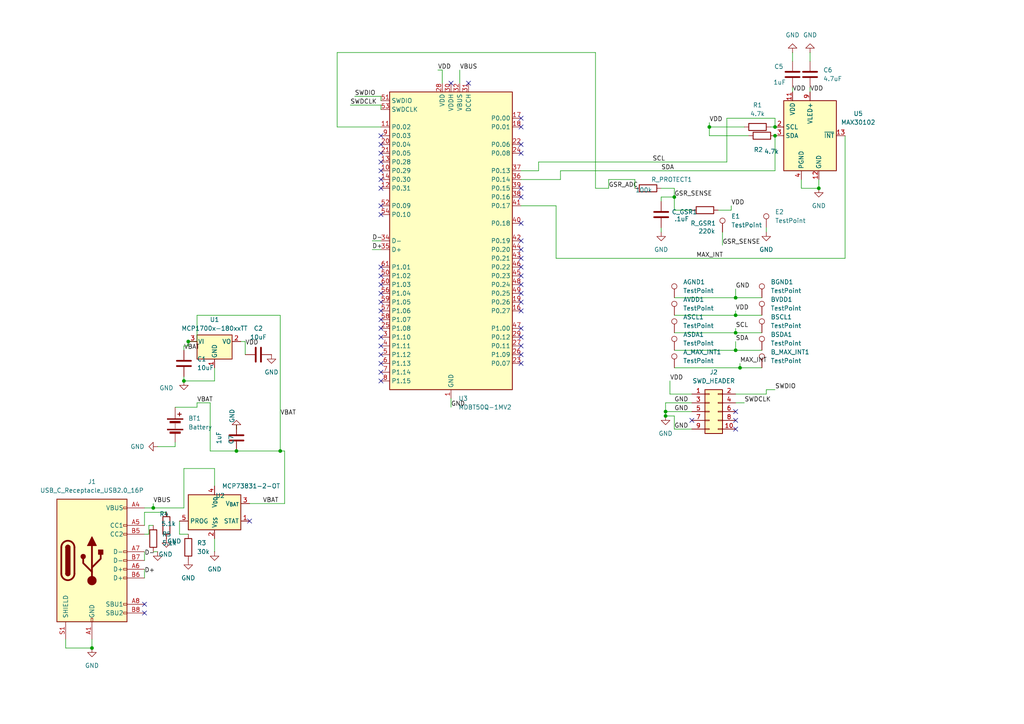
<source format=kicad_sch>
(kicad_sch (version 20250114) (generator "eeschema") (generator_version "9.0")
  (paper "A4")
  (lib_symbols
    (symbol "Battery_Management:MCP73831-2-OT"
      (property "Reference" "U" (at -7.62 6.35 0))
      (property "Value" "MCP73831-2-OT" (at 1.27 6.35 0))
      (symbol "MCP73831-2-OT_0_1"
        (rectangle (start -7.62 5.08) (end 7.62 -5.08) (stroke (width 0.254)) (fill (type background)))
      )
      (symbol "MCP73831-2-OT_1_1"
        (pin input line (at -10.16 -2.54 0) (length 2.54) (name "PROG") (number "5"))
        (pin power_in line (at 0 7.62 270) (length 2.54) (name "V_{DD}") (number "4"))
        (pin power_in line (at 0 -7.62 90) (length 2.54) (name "V_{SS}") (number "2"))
        (pin power_out line (at 10.16 2.54 180) (length 2.54) (name "V_{BAT}") (number "3"))
        (pin tri_state line (at 10.16 -2.54 180) (length 2.54) (name "STAT") (number "1"))
      )
    )
    (symbol "Connector:TestPoint" (pin_numbers (hide yes)) (pin_names (offset 0.762) (hide yes))
      (property "Reference" "TP" (at 0 6.858 0))
      (property "Value" "TestPoint" (at 0 5.08 0))
      (symbol "TestPoint_0_1"
        (circle (center 0 3.302) (radius 0.762))
      )
      (symbol "TestPoint_1_1"
        (pin passive line (at 0 0 90) (length 2.54) (name "1") (number "1"))
      )
    )
    (symbol "Connector:USB_C_Receptacle_USB2.0_16P" (pin_names (offset 1.016))
      (property "Reference" "J" (at 0 22.225 0))
      (property "Value" "USB_C_Receptacle_USB2.0_16P" (at 0 19.685 0))
      (symbol "USB_C_Receptacle_USB2.0_16P_0_0"
        (rectangle (start -0.254 -17.78) (end 0.254 -16.764))
        (rectangle (start 10.16 15.494) (end 9.144 14.986))
        (rectangle (start 10.16 10.414) (end 9.144 9.906))
        (rectangle (start 10.16 7.874) (end 9.144 7.366))
        (rectangle (start 10.16 2.794) (end 9.144 2.286))
        (rectangle (start 10.16 0.254) (end 9.144 -0.254))
        (rectangle (start 10.16 -2.286) (end 9.144 -2.794))
        (rectangle (start 10.16 -4.826) (end 9.144 -5.334))
        (rectangle (start 10.16 -12.446) (end 9.144 -12.954))
        (rectangle (start 10.16 -14.986) (end 9.144 -15.494))
      )
      (symbol "USB_C_Receptacle_USB2.0_16P_0_1"
        (rectangle (start -10.16 17.78) (end 10.16 -17.78) (stroke (width 0.254)) (fill (type background)))
        (polyline (pts (xy -8.89 -3.81) (xy -8.89 3.81)) (stroke (width 0.508)))
        (rectangle (start -7.62 -3.81) (end -6.35 3.81) (stroke (width 0.254)) (fill (type outline)))
        (arc (start -7.62 3.81) (mid -6.985 4.4423) (end -6.35 3.81) (stroke (width 0.254)))
        (arc (start -7.62 3.81) (mid -6.985 4.4423) (end -6.35 3.81) (stroke (width 0.254)) (fill (type outline)))
        (arc (start -8.89 3.81) (mid -6.985 5.7067) (end -5.08 3.81) (stroke (width 0.508)))
        (arc (start -5.08 -3.81) (mid -6.985 -5.7067) (end -8.89 -3.81) (stroke (width 0.508)))
        (arc (start -6.35 -3.81) (mid -6.985 -4.4423) (end -7.62 -3.81) (stroke (width 0.254)))
        (arc (start -6.35 -3.81) (mid -6.985 -4.4423) (end -7.62 -3.81) (stroke (width 0.254)) (fill (type outline)))
        (polyline (pts (xy -5.08 3.81) (xy -5.08 -3.81)) (stroke (width 0.508)))
        (circle (center -2.54 1.143) (radius 0.635) (stroke (width 0.254)) (fill (type outline)))
        (polyline (pts (xy -1.27 4.318) (xy 0 6.858) (xy 1.27 4.318) (xy -1.27 4.318)) (stroke (width 0.254)) (fill (type outline)))
        (polyline (pts (xy 0 -2.032) (xy 2.54 0.508) (xy 2.54 1.778)) (stroke (width 0.508)))
        (polyline (pts (xy 0 -3.302) (xy -2.54 -0.762) (xy -2.54 0.508)) (stroke (width 0.508)))
        (polyline (pts (xy 0 -5.842) (xy 0 4.318)) (stroke (width 0.508)))
        (circle (center 0 -5.842) (radius 1.27) (fill (type outline)))
        (rectangle (start 1.905 1.778) (end 3.175 3.048) (stroke (width 0.254)) (fill (type outline)))
      )
      (symbol "USB_C_Receptacle_USB2.0_16P_1_1"
        (pin passive line (at -7.62 -22.86 90) (length 5.08) (name "SHIELD") (number "S1"))
        (pin passive line (at 0 -22.86 90) (length 5.08) (name "GND") (number "A1"))
        (pin passive line (at 0 -22.86 90) (length 5.08) (hide yes) (name "GND") (number "A12"))
        (pin passive line (at 0 -22.86 90) (length 5.08) (hide yes) (name "GND") (number "B1"))
        (pin passive line (at 0 -22.86 90) (length 5.08) (hide yes) (name "GND") (number "B12"))
        (pin passive line (at 15.24 15.24 180) (length 5.08) (name "VBUS") (number "A4"))
        (pin passive line (at 15.24 15.24 180) (length 5.08) (hide yes) (name "VBUS") (number "A9"))
        (pin passive line (at 15.24 15.24 180) (length 5.08) (hide yes) (name "VBUS") (number "B4"))
        (pin passive line (at 15.24 15.24 180) (length 5.08) (hide yes) (name "VBUS") (number "B9"))
        (pin bidirectional line (at 15.24 10.16 180) (length 5.08) (name "CC1") (number "A5"))
        (pin bidirectional line (at 15.24 7.62 180) (length 5.08) (name "CC2") (number "B5"))
        (pin bidirectional line (at 15.24 2.54 180) (length 5.08) (name "D-") (number "A7"))
        (pin bidirectional line (at 15.24 0 180) (length 5.08) (name "D-") (number "B7"))
        (pin bidirectional line (at 15.24 -2.54 180) (length 5.08) (name "D+") (number "A6"))
        (pin bidirectional line (at 15.24 -5.08 180) (length 5.08) (name "D+") (number "B6"))
        (pin bidirectional line (at 15.24 -12.7 180) (length 5.08) (name "SBU1") (number "A8"))
        (pin bidirectional line (at 15.24 -15.24 180) (length 5.08) (name "SBU2") (number "B8"))
      )
    )
    (symbol "Connector_Generic:Conn_02x05_Odd_Even" (pin_names (offset 1.016) (hide yes))
      (property "Reference" "J" (at 1.27 7.62 0))
      (property "Value" "Conn_02x05_Odd_Even" (at 1.27 -7.62 0))
      (symbol "Conn_02x05_Odd_Even_1_1"
        (rectangle (start -1.27 6.35) (end 3.81 -6.35) (stroke (width 0.254)) (fill (type background)))
        (rectangle (start -1.27 5.207) (end 0 4.953) (stroke (width 0.1524)))
        (rectangle (start -1.27 2.667) (end 0 2.413) (stroke (width 0.1524)))
        (rectangle (start -1.27 0.127) (end 0 -0.127) (stroke (width 0.1524)))
        (rectangle (start -1.27 -2.413) (end 0 -2.667) (stroke (width 0.1524)))
        (rectangle (start -1.27 -4.953) (end 0 -5.207) (stroke (width 0.1524)))
        (rectangle (start 3.81 5.207) (end 2.54 4.953) (stroke (width 0.1524)))
        (rectangle (start 3.81 2.667) (end 2.54 2.413) (stroke (width 0.1524)))
        (rectangle (start 3.81 0.127) (end 2.54 -0.127) (stroke (width 0.1524)))
        (rectangle (start 3.81 -2.413) (end 2.54 -2.667) (stroke (width 0.1524)))
        (rectangle (start 3.81 -4.953) (end 2.54 -5.207) (stroke (width 0.1524)))
        (pin passive line (at -5.08 5.08 0) (length 3.81) (name "Pin_1") (number "1"))
        (pin passive line (at -5.08 2.54 0) (length 3.81) (name "Pin_3") (number "3"))
        (pin passive line (at -5.08 0 0) (length 3.81) (name "Pin_5") (number "5"))
        (pin passive line (at -5.08 -2.54 0) (length 3.81) (name "Pin_7") (number "7"))
        (pin passive line (at -5.08 -5.08 0) (length 3.81) (name "Pin_9") (number "9"))
        (pin passive line (at 7.62 5.08 180) (length 3.81) (name "Pin_2") (number "2"))
        (pin passive line (at 7.62 2.54 180) (length 3.81) (name "Pin_4") (number "4"))
        (pin passive line (at 7.62 0 180) (length 3.81) (name "Pin_6") (number "6"))
        (pin passive line (at 7.62 -2.54 180) (length 3.81) (name "Pin_8") (number "8"))
        (pin passive line (at 7.62 -5.08 180) (length 3.81) (name "Pin_10") (number "10"))
      )
    )
    (symbol "Device:Battery" (pin_numbers (hide yes)) (pin_names (offset 0) (hide yes))
      (property "Reference" "BT" (at 2.54 2.54 0))
      (property "Value" "Battery" (at 2.54 0 0))
      (symbol "Battery_0_1"
        (rectangle (start -2.286 1.778) (end 2.286 1.524) (fill (type outline)))
        (rectangle (start -2.286 -1.27) (end 2.286 -1.524) (fill (type outline)))
        (rectangle (start -1.524 1.016) (end 1.524 0.508) (fill (type outline)))
        (rectangle (start -1.524 -2.032) (end 1.524 -2.54) (fill (type outline)))
        (polyline (pts (xy 0 1.778) (xy 0 2.54)))
        (polyline (pts (xy 0 0) (xy 0 0.254)))
        (polyline (pts (xy 0 -0.508) (xy 0 -0.254)))
        (polyline (pts (xy 0 -1.016) (xy 0 -0.762)))
        (polyline (pts (xy 0.762 3.048) (xy 1.778 3.048)) (stroke (width 0.254)))
        (polyline (pts (xy 1.27 3.556) (xy 1.27 2.54)) (stroke (width 0.254)))
      )
      (symbol "Battery_1_1"
        (pin passive line (at 0 5.08 270) (length 2.54) (name "+") (number "1"))
        (pin passive line (at 0 -5.08 90) (length 2.54) (name "-") (number "2"))
      )
    )
    (symbol "Device:C" (pin_numbers (hide yes)) (pin_names (offset 0.254))
      (property "Reference" "C" (at 0.635 2.54 0))
      (property "Value" "C" (at 0.635 -2.54 0))
      (symbol "C_0_1"
        (polyline (pts (xy -2.032 0.762) (xy 2.032 0.762)) (stroke (width 0.508)))
        (polyline (pts (xy -2.032 -0.762) (xy 2.032 -0.762)) (stroke (width 0.508)))
      )
      (symbol "C_1_1"
        (pin passive line (at 0 3.81 270) (length 2.794) (name "~") (number "1"))
        (pin passive line (at 0 -3.81 90) (length 2.794) (name "~") (number "2"))
      )
    )
    (symbol "Device:R" (pin_numbers (hide yes)) (pin_names (offset 0))
      (property "Reference" "R" (at 2.032 0 90))
      (property "Value" "R" (at 0 0 90))
      (symbol "R_0_1"
        (rectangle (start -1.016 -2.54) (end 1.016 2.54) (stroke (width 0.254)))
      )
      (symbol "R_1_1"
        (pin passive line (at 0 3.81 270) (length 1.27) (name "~") (number "1"))
        (pin passive line (at 0 -3.81 90) (length 1.27) (name "~") (number "2"))
      )
    )
    (symbol "RF_Module:MDBT50Q-1MV2"
      (property "Reference" "U" (at 0 0 0))
      (property "Value" "MDBT50Q-1MV2" (at 0 -2.54 0))
      (symbol "MDBT50Q-1MV2_0_1"
        (rectangle (start -17.78 43.18) (end 17.78 -43.18) (stroke (width 0.254)) (fill (type background)))
      )
      (symbol "MDBT50Q-1MV2_1_1"
        (pin bidirectional line (at -20.32 40.64 0) (length 2.54) (name "SWDIO") (number "51"))
        (pin input line (at -20.32 38.1 0) (length 2.54) (name "SWDCLK") (number "53"))
        (pin bidirectional line (at -20.32 33.02 0) (length 2.54) (name "P0.02") (number "11"))
        (pin bidirectional line (at -20.32 30.48 0) (length 2.54) (name "P0.03") (number "9"))
        (pin bidirectional line (at -20.32 27.94 0) (length 2.54) (name "P0.04") (number "20"))
        (pin bidirectional line (at -20.32 25.4 0) (length 2.54) (name "P0.05") (number "21"))
        (pin bidirectional line (at -20.32 22.86 0) (length 2.54) (name "P0.28") (number "13"))
        (pin bidirectional line (at -20.32 20.32 0) (length 2.54) (name "P0.29") (number "10"))
        (pin bidirectional line (at -20.32 17.78 0) (length 2.54) (name "P0.30") (number "14"))
        (pin bidirectional line (at -20.32 15.24 0) (length 2.54) (name "P0.31") (number "12"))
        (pin bidirectional line (at -20.32 10.16 0) (length 2.54) (name "P0.09") (number "52"))
        (pin bidirectional line (at -20.32 7.62 0) (length 2.54) (name "P0.10") (number "54"))
        (pin bidirectional line (at -20.32 0 0) (length 2.54) (name "D-") (number "34"))
        (pin bidirectional line (at -20.32 -2.54 0) (length 2.54) (name "D+") (number "35"))
        (pin bidirectional line (at -20.32 -7.62 0) (length 2.54) (name "P1.01") (number "61"))
        (pin bidirectional line (at -20.32 -10.16 0) (length 2.54) (name "P1.02") (number "50"))
        (pin bidirectional line (at -20.32 -12.7 0) (length 2.54) (name "P1.03") (number "60"))
        (pin bidirectional line (at -20.32 -15.24 0) (length 2.54) (name "P1.04") (number "56"))
        (pin bidirectional line (at -20.32 -17.78 0) (length 2.54) (name "P1.05") (number "59"))
        (pin bidirectional line (at -20.32 -20.32 0) (length 2.54) (name "P1.06") (number "57"))
        (pin bidirectional line (at -20.32 -22.86 0) (length 2.54) (name "P1.07") (number "58"))
        (pin bidirectional line (at -20.32 -25.4 0) (length 2.54) (name "P1.08") (number "25"))
        (pin bidirectional line (at -20.32 -27.94 0) (length 2.54) (name "P1.10") (number "3"))
        (pin bidirectional line (at -20.32 -30.48 0) (length 2.54) (name "P1.11") (number "4"))
        (pin bidirectional line (at -20.32 -33.02 0) (length 2.54) (name "P1.12") (number "5"))
        (pin bidirectional line (at -20.32 -35.56 0) (length 2.54) (name "P1.13") (number "6"))
        (pin bidirectional line (at -20.32 -38.1 0) (length 2.54) (name "P1.14") (number "7"))
        (pin bidirectional line (at -20.32 -40.64 0) (length 2.54) (name "P1.15") (number "8"))
        (pin power_in line (at -2.54 45.72 270) (length 2.54) (name "VDD") (number "28"))
        (pin power_in line (at 0 45.72 270) (length 2.54) (name "VDDH") (number "30"))
        (pin power_in line (at 0 -45.72 90) (length 2.54) (name "GND") (number "1"))
        (pin passive line (at 0 -45.72 90) (length 2.54) (hide yes) (name "GND") (number "15"))
        (pin passive line (at 0 -45.72 90) (length 2.54) (hide yes) (name "GND") (number "2"))
        (pin passive line (at 0 -45.72 90) (length 2.54) (hide yes) (name "GND") (number "33"))
        (pin passive line (at 0 -45.72 90) (length 2.54) (hide yes) (name "GND") (number "55"))
        (pin power_in line (at 2.54 45.72 270) (length 2.54) (name "VBUS") (number "32"))
        (pin power_out line (at 5.08 45.72 270) (length 2.54) (name "DCCH") (number "31"))
        (pin bidirectional line (at 20.32 35.56 180) (length 2.54) (name "P0.00") (number "17"))
        (pin bidirectional line (at 20.32 33.02 180) (length 2.54) (name "P0.01") (number "18"))
        (pin bidirectional line (at 20.32 27.94 180) (length 2.54) (name "P0.06") (number "22"))
        (pin bidirectional line (at 20.32 25.4 180) (length 2.54) (name "P0.08") (number "24"))
        (pin bidirectional line (at 20.32 20.32 180) (length 2.54) (name "P0.13") (number "37"))
        (pin bidirectional line (at 20.32 17.78 180) (length 2.54) (name "P0.14") (number "36"))
        (pin bidirectional line (at 20.32 15.24 180) (length 2.54) (name "P0.15") (number "39"))
        (pin bidirectional line (at 20.32 12.7 180) (length 2.54) (name "P0.16") (number "38"))
        (pin bidirectional line (at 20.32 10.16 180) (length 2.54) (name "P0.17") (number "41"))
        (pin bidirectional line (at 20.32 5.08 180) (length 2.54) (name "P0.18") (number "40"))
        (pin bidirectional line (at 20.32 0 180) (length 2.54) (name "P0.19") (number "42"))
        (pin bidirectional line (at 20.32 -2.54 180) (length 2.54) (name "P0.20") (number "44"))
        (pin bidirectional line (at 20.32 -5.08 180) (length 2.54) (name "P0.21") (number "43"))
        (pin bidirectional line (at 20.32 -7.62 180) (length 2.54) (name "P0.22") (number "46"))
        (pin bidirectional line (at 20.32 -10.16 180) (length 2.54) (name "P0.23") (number "45"))
        (pin bidirectional line (at 20.32 -12.7 180) (length 2.54) (name "P0.24") (number "48"))
        (pin bidirectional line (at 20.32 -15.24 180) (length 2.54) (name "P0.25") (number "49"))
        (pin bidirectional line (at 20.32 -17.78 180) (length 2.54) (name "P0.26") (number "19"))
        (pin bidirectional line (at 20.32 -20.32 180) (length 2.54) (name "P0.27") (number "16"))
        (pin bidirectional line (at 20.32 -25.4 180) (length 2.54) (name "P1.00") (number "47"))
        (pin bidirectional line (at 20.32 -27.94 180) (length 2.54) (name "P0.12") (number "29"))
        (pin bidirectional line (at 20.32 -30.48 180) (length 2.54) (name "P0.11") (number "27"))
        (pin bidirectional line (at 20.32 -33.02 180) (length 2.54) (name "P1.09") (number "26"))
        (pin bidirectional line (at 20.32 -35.56 180) (length 2.54) (name "P0.07") (number "23"))
      )
    )
    (symbol "Regulator_Linear:MCP1700x-180xxTT" (pin_names (offset 0.254))
      (property "Reference" "U" (at -3.81 3.175 0))
      (property "Value" "MCP1700x-180xxTT" (at 0 3.175 0))
      (symbol "MCP1700x-180xxTT_0_1"
        (rectangle (start -5.08 1.905) (end 5.08 -5.08) (stroke (width 0.254)) (fill (type background)))
      )
      (symbol "MCP1700x-180xxTT_1_1"
        (pin power_in line (at -7.62 0 0) (length 2.54) (name "VI") (number "3"))
        (pin power_in line (at 0 -7.62 90) (length 2.54) (name "GND") (number "1"))
        (pin power_out line (at 7.62 0 180) (length 2.54) (name "VO") (number "2"))
      )
    )
    (symbol "Sensor:MAX30102"
      (property "Reference" "U" (at 7.62 15.24 0))
      (property "Value" "MAX30102" (at 7.62 12.7 0))
      (symbol "MAX30102_0_1"
        (rectangle (start -7.62 10.16) (end 7.62 -10.16) (stroke (width 0.254)) (fill (type background)))
      )
      (symbol "MAX30102_1_1"
        (pin input line (at -10.16 2.54 0) (length 2.54) (name "SCL") (number "2"))
        (pin bidirectional line (at -10.16 0 0) (length 2.54) (name "SDA") (number "3"))
        (pin no_connect line (at -7.62 5.08 0) (length 2.54) (hide yes) (name "NC") (number "1"))
        (pin no_connect line (at -7.62 -2.54 0) (length 2.54) (hide yes) (name "NC") (number "7"))
        (pin power_in line (at -5.08 12.7 270) (length 2.54) (name "VDD") (number "11"))
        (pin power_in line (at -2.54 -12.7 90) (length 2.54) (name "PGND") (number "4"))
        (pin passive line (at 0 12.7 270) (length 2.54) (hide yes) (name "VLED+") (number "10"))
        (pin power_in line (at 0 12.7 270) (length 2.54) (name "VLED+") (number "9"))
        (pin power_in line (at 2.54 -12.7 90) (length 2.54) (name "GND") (number "12"))
        (pin no_connect line (at 7.62 5.08 180) (length 2.54) (hide yes) (name "NC") (number "8"))
        (pin no_connect line (at 7.62 2.54 180) (length 2.54) (hide yes) (name "NC") (number "14"))
        (pin no_connect line (at 7.62 -5.08 180) (length 2.54) (hide yes) (name "NC") (number "6"))
        (pin no_connect line (at 7.62 -7.62 180) (length 2.54) (hide yes) (name "NC") (number "5"))
        (pin output line (at 10.16 0 180) (length 2.54) (name "~{INT}") (number "13"))
      )
    )
    (symbol "power:GND" (power) (pin_numbers (hide yes)) (pin_names (offset 0) (hide yes))
      (property "Value" "GND" (at 0 -3.81 0))
      (symbol "GND_0_1"
        (polyline (pts (xy 0 0) (xy 0 -1.27) (xy 1.27 -1.27) (xy 0 -2.54) (xy -1.27 -1.27) (xy 0 -1.27)))
      )
      (symbol "GND_1_1"
        (pin power_in line (at 0 0 270) (length 0) (name "~") (number "1"))
      )
    )
  )
  (junction (at 53.34 110.49))
  (junction (at 213.36 86.36))
  (junction (at 193.04 120.65))
  (junction (at 195.58 57.15))
  (junction (at 213.36 91.44))
  (junction (at 205.74 36.83))
  (junction (at 214.63 106.68))
  (junction (at 224.79 36.83))
  (junction (at 193.04 119.38))
  (junction (at 81.28 130.81))
  (junction (at 237.49 54.61))
  (junction (at 224.79 39.37))
  (junction (at 68.58 130.81))
  (junction (at 26.67 187.96))
  (junction (at 44.45 147.32))
  (junction (at 54.61 99.06))
  (junction (at 213.36 101.6))
  (junction (at 213.36 96.52))
  (no_connect (at 213.36 124.46))
  (no_connect (at 110.49 110.49))
  (no_connect (at 151.13 85.09))
  (no_connect (at 41.91 175.26))
  (no_connect (at 110.49 46.99))
  (no_connect (at 110.49 92.71))
  (no_connect (at 110.49 62.23))
  (no_connect (at 151.13 69.85))
  (no_connect (at 110.49 97.79))
  (no_connect (at 151.13 77.47))
  (no_connect (at 110.49 54.61))
  (no_connect (at 130.81 24.13))
  (no_connect (at 151.13 82.55))
  (no_connect (at 110.49 95.25))
  (no_connect (at 110.49 80.01))
  (no_connect (at 110.49 85.09))
  (no_connect (at 110.49 59.69))
  (no_connect (at 135.89 24.13))
  (no_connect (at 110.49 82.55))
  (no_connect (at 151.13 105.41))
  (no_connect (at 110.49 87.63))
  (no_connect (at 110.49 100.33))
  (no_connect (at 151.13 72.39))
  (no_connect (at 151.13 95.25))
  (no_connect (at 110.49 39.37))
  (no_connect (at 151.13 34.29))
  (no_connect (at 200.66 121.92))
  (no_connect (at 110.49 44.45))
  (no_connect (at 151.13 54.61))
  (no_connect (at 151.13 102.87))
  (no_connect (at 151.13 90.17))
  (no_connect (at 213.36 119.38))
  (no_connect (at 110.49 102.87))
  (no_connect (at 151.13 57.15))
  (no_connect (at 151.13 97.79))
  (no_connect (at 110.49 105.41))
  (no_connect (at 151.13 44.45))
  (no_connect (at 110.49 77.47))
  (no_connect (at 72.39 151.13))
  (no_connect (at 213.36 121.92))
  (no_connect (at 151.13 74.93))
  (no_connect (at 41.91 177.8))
  (no_connect (at 110.49 49.53))
  (no_connect (at 110.49 90.17))
  (no_connect (at 151.13 80.01))
  (no_connect (at 151.13 87.63))
  (no_connect (at 151.13 64.77))
  (no_connect (at 151.13 41.91))
  (no_connect (at 110.49 52.07))
  (no_connect (at 110.49 41.91))
  (no_connect (at 110.49 107.95))
  (no_connect (at 151.13 100.33))
  (no_connect (at 151.13 36.83))
  (wire (pts (xy 53.34 109.22) (xy 53.34 110.49)))
  (wire (pts (xy 194.31 114.3) (xy 194.31 110.49)))
  (wire (pts (xy 41.91 147.32) (xy 44.45 147.32)))
  (wire (pts (xy 224.79 113.03) (xy 222.25 113.03)))
  (wire (pts (xy 191.77 58.42) (xy 191.77 57.15)))
  (wire (pts (xy 161.29 74.93) (xy 161.29 59.69)))
  (wire (pts (xy 44.45 146.05) (xy 44.45 147.32)))
  (wire (pts (xy 195.58 101.6) (xy 213.36 101.6)))
  (wire (pts (xy 191.77 66.04) (xy 191.77 67.31)))
  (wire (pts (xy 172.72 54.61) (xy 176.53 54.61)))
  (wire (pts (xy 53.34 147.32) (xy 53.34 135.89)))
  (wire (pts (xy 208.28 60.96) (xy 212.09 60.96)))
  (wire (pts (xy 44.45 152.4) (xy 43.18 152.4)))
  (wire (pts (xy 210.82 34.29) (xy 224.79 34.29)))
  (wire (pts (xy 220.98 106.68) (xy 214.63 106.68)))
  (wire (pts (xy 45.72 129.54) (xy 50.8 129.54)))
  (wire (pts (xy 229.87 25.4) (xy 229.87 26.67)))
  (wire (pts (xy 57.15 118.11) (xy 57.15 116.84)))
  (wire (pts (xy 234.95 15.24) (xy 234.95 17.78)))
  (wire (pts (xy 162.56 49.53) (xy 162.56 52.07)))
  (wire (pts (xy 200.66 124.46) (xy 195.58 124.46)))
  (wire (pts (xy 62.23 156.21) (xy 62.23 160.02)))
  (wire (pts (xy 133.35 20.32) (xy 133.35 24.13)))
  (wire (pts (xy 97.79 36.83) (xy 97.79 15.24)))
  (wire (pts (xy 53.34 110.49) (xy 62.23 110.49)))
  (wire (pts (xy 195.58 57.15) (xy 195.58 60.96)))
  (wire (pts (xy 213.36 116.84) (xy 215.9 116.84)))
  (wire (pts (xy 71.12 99.06) (xy 71.12 102.87)))
  (wire (pts (xy 50.8 118.11) (xy 57.15 118.11)))
  (wire (pts (xy 195.58 120.65) (xy 193.04 120.65)))
  (wire (pts (xy 200.66 114.3) (xy 194.31 114.3)))
  (wire (pts (xy 195.58 91.44) (xy 213.36 91.44)))
  (wire (pts (xy 53.34 100.33) (xy 54.61 100.33)))
  (wire (pts (xy 213.36 86.36) (xy 213.36 83.82)))
  (wire (pts (xy 62.23 135.89) (xy 62.23 140.97)))
  (wire (pts (xy 151.13 59.69) (xy 161.29 59.69)))
  (wire (pts (xy 209.55 71.12) (xy 209.55 67.31)))
  (wire (pts (xy 43.18 154.94) (xy 41.91 154.94)))
  (wire (pts (xy 232.41 52.07) (xy 232.41 54.61)))
  (wire (pts (xy 128.27 24.13) (xy 128.27 20.32)))
  (wire (pts (xy 205.74 39.37) (xy 217.17 39.37)))
  (wire (pts (xy 19.05 187.96) (xy 26.67 187.96)))
  (wire (pts (xy 81.28 91.44) (xy 81.28 130.81)))
  (wire (pts (xy 130.81 115.57) (xy 130.81 118.11)))
  (wire (pts (xy 102.87 27.94) (xy 110.49 27.94)))
  (wire (pts (xy 245.11 74.93) (xy 245.11 39.37)))
  (wire (pts (xy 52.07 151.13) (xy 52.07 154.94)))
  (wire (pts (xy 224.79 49.53) (xy 224.79 39.37)))
  (wire (pts (xy 50.8 128.27) (xy 50.8 129.54)))
  (wire (pts (xy 107.95 69.85) (xy 110.49 69.85)))
  (wire (pts (xy 191.77 54.61) (xy 195.58 54.61)))
  (wire (pts (xy 41.91 148.59) (xy 41.91 152.4)))
  (wire (pts (xy 220.98 96.52) (xy 213.36 96.52)))
  (wire (pts (xy 52.07 154.94) (xy 54.61 154.94)))
  (wire (pts (xy 48.26 148.59) (xy 41.91 148.59)))
  (wire (pts (xy 224.79 34.29) (xy 224.79 36.83)))
  (wire (pts (xy 184.15 52.07) (xy 176.53 52.07)))
  (wire (pts (xy 107.95 72.39) (xy 110.49 72.39)))
  (wire (pts (xy 212.09 60.96) (xy 212.09 59.69)))
  (wire (pts (xy 232.41 54.61) (xy 237.49 54.61)))
  (wire (pts (xy 54.61 99.06) (xy 57.15 99.06)))
  (wire (pts (xy 57.15 116.84) (xy 60.96 116.84)))
  (wire (pts (xy 41.91 165.1) (xy 41.91 167.64)))
  (wire (pts (xy 156.21 46.99) (xy 210.82 46.99)))
  (wire (pts (xy 162.56 49.53) (xy 224.79 49.53)))
  (wire (pts (xy 176.53 52.07) (xy 176.53 54.61)))
  (wire (pts (xy 156.21 49.53) (xy 151.13 49.53)))
  (wire (pts (xy 220.98 86.36) (xy 213.36 86.36)))
  (wire (pts (xy 214.63 106.68) (xy 214.63 105.41)))
  (wire (pts (xy 200.66 119.38) (xy 193.04 119.38)))
  (wire (pts (xy 161.29 74.93) (xy 245.11 74.93)))
  (wire (pts (xy 195.58 54.61) (xy 195.58 57.15)))
  (wire (pts (xy 222.25 113.03) (xy 222.25 114.3)))
  (wire (pts (xy 110.49 27.94) (xy 110.49 29.21)))
  (wire (pts (xy 81.28 130.81) (xy 82.55 130.81)))
  (wire (pts (xy 205.74 35.56) (xy 205.74 36.83)))
  (wire (pts (xy 26.67 185.42) (xy 26.67 187.96)))
  (wire (pts (xy 53.34 135.89) (xy 62.23 135.89)))
  (wire (pts (xy 195.58 96.52) (xy 213.36 96.52)))
  (wire (pts (xy 57.15 91.44) (xy 81.28 91.44)))
  (wire (pts (xy 41.91 160.02) (xy 41.91 162.56)))
  (wire (pts (xy 44.45 147.32) (xy 53.34 147.32)))
  (wire (pts (xy 223.52 36.83) (xy 224.79 36.83)))
  (wire (pts (xy 200.66 60.96) (xy 195.58 60.96)))
  (wire (pts (xy 215.9 36.83) (xy 205.74 36.83)))
  (wire (pts (xy 220.98 91.44) (xy 213.36 91.44)))
  (wire (pts (xy 156.21 46.99) (xy 156.21 49.53)))
  (wire (pts (xy 19.05 185.42) (xy 19.05 187.96)))
  (wire (pts (xy 191.77 57.15) (xy 195.58 57.15)))
  (wire (pts (xy 71.12 99.06) (xy 69.85 99.06)))
  (wire (pts (xy 220.98 101.6) (xy 213.36 101.6)))
  (wire (pts (xy 210.82 46.99) (xy 210.82 34.29)))
  (wire (pts (xy 195.58 106.68) (xy 214.63 106.68)))
  (wire (pts (xy 162.56 52.07) (xy 151.13 52.07)))
  (wire (pts (xy 234.95 26.67) (xy 234.95 25.4)))
  (wire (pts (xy 60.96 116.84) (xy 60.96 130.81)))
  (wire (pts (xy 82.55 130.81) (xy 82.55 146.05)))
  (wire (pts (xy 195.58 86.36) (xy 213.36 86.36)))
  (wire (pts (xy 193.04 119.38) (xy 193.04 120.65)))
  (wire (pts (xy 43.18 152.4) (xy 43.18 154.94)))
  (wire (pts (xy 68.58 123.19) (xy 68.58 124.46)))
  (wire (pts (xy 213.36 96.52) (xy 213.36 95.25)))
  (wire (pts (xy 172.72 15.24) (xy 172.72 54.61)))
  (wire (pts (xy 213.36 91.44) (xy 213.36 90.17)))
  (wire (pts (xy 60.96 130.81) (xy 68.58 130.81)))
  (wire (pts (xy 68.58 130.81) (xy 81.28 130.81)))
  (wire (pts (xy 57.15 99.06) (xy 57.15 91.44)))
  (wire (pts (xy 213.36 101.6) (xy 213.36 99.06)))
  (wire (pts (xy 128.27 20.32) (xy 127 20.32)))
  (wire (pts (xy 195.58 124.46) (xy 195.58 120.65)))
  (wire (pts (xy 82.55 146.05) (xy 72.39 146.05)))
  (wire (pts (xy 110.49 30.48) (xy 110.49 31.75)))
  (wire (pts (xy 222.25 66.04) (xy 222.25 67.31)))
  (wire (pts (xy 62.23 106.68) (xy 62.23 110.49)))
  (wire (pts (xy 193.04 116.84) (xy 193.04 119.38)))
  (wire (pts (xy 101.6 30.48) (xy 110.49 30.48)))
  (wire (pts (xy 44.45 160.02) (xy 45.72 160.02)))
  (wire (pts (xy 97.79 15.24) (xy 172.72 15.24)))
  (wire (pts (xy 237.49 52.07) (xy 237.49 54.61)))
  (wire (pts (xy 200.66 116.84) (xy 193.04 116.84)))
  (wire (pts (xy 53.34 100.33) (xy 53.34 101.6)))
  (wire (pts (xy 213.36 114.3) (xy 222.25 114.3)))
  (wire (pts (xy 184.15 54.61) (xy 184.15 52.07)))
  (wire (pts (xy 110.49 36.83) (xy 97.79 36.83)))
  (wire (pts (xy 205.74 36.83) (xy 205.74 39.37)))
  (wire (pts (xy 229.87 15.24) (xy 229.87 17.78)))
  (wire (pts (xy 54.61 100.33) (xy 54.61 99.06)))
  (label "GND" (at 195.58 119.38 0))
  (label "GSR_SENSE" (at 209.55 71.12 0))
  (label "D-" (at 41.91 161.29 0))
  (label "SDA" (at 213.36 99.06 0))
  (label "VBAT" (at 57.15 116.84 0))
  (label "D+" (at 107.95 72.39 0))
  (label "GSR_ADC" (at 176.53 54.61 0))
  (label "VDD" (at 71.12 100.33 0))
  (label "SDA" (at 191.77 49.53 0))
  (label "VDD" (at 212.09 59.69 0))
  (label "VBUS" (at 133.35 20.32 0))
  (label "VBAT" (at 76.2 146.05 0))
  (label "SWDIO" (at 102.87 27.94 0))
  (label "GND" (at 195.58 124.46 0))
  (label "GND" (at 213.36 83.82 0))
  (label "SCL" (at 213.36 95.25 0))
  (label "D+" (at 41.91 166.37 0))
  (label "VBAT" (at 53.34 101.6 0))
  (label "GND" (at 195.58 116.84 0))
  (label "VDD" (at 205.74 35.56 0))
  (label "VDD" (at 127 20.32 0))
  (label "VBUS" (at 44.45 146.05 0))
  (label "SWDCLK" (at 215.9 116.84 0))
  (label "D-" (at 107.95 69.85 0))
  (label "MAX_INT" (at 214.63 105.41 0))
  (label "GSR_SENSE" (at 195.58 57.15 0))
  (label "GND" (at 130.81 118.11 0))
  (label "SCL" (at 189.23 46.99 0))
  (label "VDD" (at 194.31 110.49 0))
  (label "VBAT" (at 81.28 120.65 0))
  (label "SWDCLK" (at 101.6 30.48 0))
  (label "VDD" (at 234.95 26.67 0))
  (label "VDD" (at 229.87 26.67 0))
  (label "SWDIO" (at 224.79 113.03 0))
  (label "VDD" (at 213.36 90.17 0))
  (label "MAX_INT" (at 201.93 74.93 0))
  (symbol (lib_id "Device:R") (at 54.61 158.75 0) (unit 1)
    (property "Reference" "R3" (at 57.15 157.4799 0) (effects (justify left)))
    (property "Value" "30k" (at 57.15 160.0199 0) (effects (justify left)))
    (property "Footprint" "Resistor_SMD:R_0603_1608Metric" (effects (hide yes)))
    (property "Description" "Resistor" (effects (hide yes)))
  )
  (symbol (lib_id "Device:R") (at 187.96 54.61 90) (unit 1)
    (property "Reference" "R_PROTECT1" (at 194.818 52.07 90))
    (property "Value" "100k" (at 186.69 55.118 90))
    (property "Footprint" "Resistor_SMD:R_0603_1608Metric" (effects (hide yes)))
    (property "Description" "Resistor" (effects (hide yes)))
  )
  (symbol (lib_id "power:GND") (at 237.49 54.61 0) (unit 1)
    (property "Reference" "#PWR05" (effects (hide yes)))
    (property "Value" "GND" (at 237.49 59.69 0))
    (property "Description" "Power symbol creates a global label with name \"GND\" , ground" (effects (hide yes)))
  )
  (symbol (lib_id "Device:R") (at 204.47 60.96 90) (unit 1)
    (property "Reference" "R_GSR1" (at 203.962 64.77 90))
    (property "Value" "220k" (at 204.978 67.056 90))
    (property "Footprint" "Resistor_SMD:R_0603_1608Metric" (effects (hide yes)))
    (property "Description" "Resistor" (effects (hide yes)))
  )
  (symbol (lib_id "Connector:TestPoint") (at 209.55 67.31 0) (unit 1)
    (property "Reference" "E1" (at 212.09 62.7379 0) (effects (justify left)))
    (property "Value" "TestPoint" (at 212.09 65.2779 0) (effects (justify left)))
    (property "Footprint" "TestPoint:TestPoint_Pad_D2.0mm" (effects (hide yes)))
    (property "Description" "test point" (effects (hide yes)))
  )
  (symbol (lib_id "Regulator_Linear:MCP1700x-180xxTT") (at 62.23 99.06 0) (unit 1)
    (property "Reference" "U1" (at 62.23 92.71 0))
    (property "Value" "MCP1700x-180xxTT" (at 62.23 95.25 0))
    (property "Footprint" "Package_TO_SOT_SMD:SOT-23" (effects (hide yes)))
    (property "Datasheet" "http://ww1.microchip.com/downloads/en/DeviceDoc/20001826D.pdf" (effects (hide yes)))
    (property "Description" "250mA Low Quiscent Current LDO, 1.8V output, SOT-23" (effects (hide yes)))
  )
  (symbol (lib_id "Connector:TestPoint") (at 195.58 96.52 0) (unit 1)
    (property "Reference" "ASCL1" (at 198.12 91.9479 0) (effects (justify left)))
    (property "Value" "TestPoint" (at 198.12 94.4879 0) (effects (justify left)))
    (property "Footprint" "TestPoint:TestPoint_Pad_D1.0mm" (effects (hide yes)))
    (property "Description" "test point" (effects (hide yes)))
  )
  (symbol (lib_id "Connector:TestPoint") (at 222.25 66.04 0) (unit 1)
    (property "Reference" "E2" (at 224.79 61.4679 0) (effects (justify left)))
    (property "Value" "TestPoint" (at 224.79 64.0079 0) (effects (justify left)))
    (property "Footprint" "TestPoint:TestPoint_Pad_D2.0mm" (effects (hide yes)))
    (property "Description" "test point" (effects (hide yes)))
  )
  (symbol (lib_id "power:GND") (at 26.67 187.96 0) (unit 1)
    (property "Reference" "#PWR011" (effects (hide yes)))
    (property "Value" "GND" (at 26.67 193.04 0))
    (property "Description" "Power symbol creates a global label with name \"GND\" , ground" (effects (hide yes)))
  )
  (symbol (lib_id "Device:R") (at 48.26 152.4 180) (unit 1)
    (property "Reference" "R4" (at 46.228 149.098 0) (effects (justify right)))
    (property "Value" "5.1k" (at 46.736 151.892 0) (effects (justify right)))
    (property "Footprint" "Resistor_SMD:R_0603_1608Metric" (effects (hide yes)))
    (property "Description" "Resistor" (effects (hide yes)))
  )
  (symbol (lib_id "Connector:TestPoint") (at 220.98 96.52 0) (unit 1)
    (property "Reference" "BSCL1" (at 223.52 91.9479 0) (effects (justify left)))
    (property "Value" "TestPoint" (at 223.52 94.4879 0) (effects (justify left)))
    (property "Footprint" "TestPoint:TestPoint_Pad_D1.0mm" (effects (hide yes)))
    (property "Description" "test point" (effects (hide yes)))
  )
  (symbol (lib_id "Connector:TestPoint") (at 195.58 106.68 0) (unit 1)
    (property "Reference" "A_MAX_INT1" (at 198.12 102.1079 0) (effects (justify left)))
    (property "Value" "TestPoint" (at 198.12 104.6479 0) (effects (justify left)))
    (property "Footprint" "TestPoint:TestPoint_Pad_D1.0mm" (effects (hide yes)))
    (property "Description" "test point" (effects (hide yes)))
  )
  (symbol (lib_id "Connector:TestPoint") (at 220.98 101.6 0) (unit 1)
    (property "Reference" "BSDA1" (at 223.52 97.0279 0) (effects (justify left)))
    (property "Value" "TestPoint" (at 223.52 99.5679 0) (effects (justify left)))
    (property "Footprint" "TestPoint:TestPoint_Pad_D1.0mm" (effects (hide yes)))
    (property "Description" "test point" (effects (hide yes)))
  )
  (symbol (lib_id "power:GND") (at 68.58 124.46 180) (unit 1)
    (property "Reference" "#PWR013" (effects (hide yes)))
    (property "Value" "GND" (at 67.31 122.682 90) (effects (justify right)))
    (property "Description" "Power symbol creates a global label with name \"GND\" , ground" (effects (hide yes)))
  )
  (symbol (lib_id "power:GND") (at 53.34 110.49 0) (unit 1)
    (property "Reference" "#PWR03" (effects (hide yes)))
    (property "Value" "GND" (at 48.26 112.522 0))
    (property "Description" "Power symbol creates a global label with name \"GND\" , ground" (effects (hide yes)))
  )
  (symbol (lib_id "power:GND") (at 78.74 102.87 0) (unit 1)
    (property "Reference" "#PWR018" (effects (hide yes)))
    (property "Value" "GND" (at 78.74 107.95 0))
    (property "Description" "Power symbol creates a global label with name \"GND\" , ground" (effects (hide yes)))
  )
  (symbol (lib_id "Connector:TestPoint") (at 220.98 106.68 0) (unit 1)
    (property "Reference" "B_MAX_INT1" (at 223.52 102.1079 0) (effects (justify left)))
    (property "Value" "TestPoint" (at 223.52 104.6479 0) (effects (justify left)))
    (property "Footprint" "TestPoint:TestPoint_Pad_D1.0mm" (effects (hide yes)))
    (property "Description" "test point" (effects (hide yes)))
  )
  (symbol (lib_id "Connector_Generic:Conn_02x05_Odd_Even") (at 205.74 119.38 0) (unit 1)
    (property "Reference" "J2" (at 207.01 107.95 0))
    (property "Value" "SWD_HEADER" (at 207.01 110.49 0))
    (property "Footprint" "TestPoint:TestPoint_Pad_D2.0mm" (effects (hide yes)))
    (property "Description" "Generic connector, double row, 02x05, odd/even pin numbering scheme (row 1 odd numbers, row 2 even numbers), script generated (kicad-library-utils/schlib/autogen/connector/)" (effects (hide yes)))
  )
  (symbol (lib_id "Device:C") (at 53.34 105.41 0) (unit 1)
    (property "Reference" "C1" (at 57.15 104.1399 0) (effects (justify left)))
    (property "Value" "10uF" (at 57.15 106.6799 0) (effects (justify left)))
    (property "Footprint" "Capacitor_SMD:C_0603_1608Metric" (effects (hide yes)))
    (property "Description" "Unpolarized capacitor" (effects (hide yes)))
  )
  (symbol (lib_id "power:GND") (at 229.87 15.24 180) (unit 1)
    (property "Reference" "#PWR02" (effects (hide yes)))
    (property "Value" "GND" (at 229.87 10.16 0))
    (property "Description" "Power symbol creates a global label with name \"GND\" , ground" (effects (hide yes)))
  )
  (symbol (lib_id "power:GND") (at 48.26 156.21 0) (unit 1)
    (property "Reference" "#PWR08" (effects (hide yes)))
    (property "Value" "GND" (at 50.546 156.972 0))
    (property "Description" "Power symbol creates a global label with name \"GND\" , ground" (effects (hide yes)))
  )
  (symbol (lib_id "power:GND") (at 234.95 15.24 180) (unit 1)
    (property "Reference" "#PWR04" (effects (hide yes)))
    (property "Value" "GND" (at 234.95 10.16 0))
    (property "Description" "Power symbol creates a global label with name \"GND\" , ground" (effects (hide yes)))
  )
  (symbol (lib_id "power:GND") (at 191.77 67.31 0) (unit 1)
    (property "Reference" "#PWR016" (effects (hide yes)))
    (property "Value" "GND" (at 191.77 72.39 0))
    (property "Description" "Power symbol creates a global label with name \"GND\" , ground" (effects (hide yes)))
  )
  (symbol (lib_id "Device:Battery") (at 50.8 123.19 0) (unit 1)
    (property "Reference" "BT1" (at 54.61 121.3484 0) (effects (justify left)))
    (property "Value" "Battery" (at 54.61 123.8884 0) (effects (justify left)))
    (property "Footprint" "Connector_Wire:SolderWire-0.127sqmm_1x02_P3.7mm_D0.48mm_OD1mm" (effects (hide yes)))
    (property "Description" "Multiple-cell battery" (effects (hide yes)))
  )
  (symbol (lib_id "power:GND") (at 45.72 160.02 0) (unit 1)
    (property "Reference" "#PWR09" (effects (hide yes)))
    (property "Value" "GND" (at 48.006 160.782 0))
    (property "Description" "Power symbol creates a global label with name \"GND\" , ground" (effects (hide yes)))
  )
  (symbol (lib_id "Connector:TestPoint") (at 220.98 91.44 0) (unit 1)
    (property "Reference" "BVDD1" (at 223.52 86.8679 0) (effects (justify left)))
    (property "Value" "TestPoint" (at 223.52 89.4079 0) (effects (justify left)))
    (property "Footprint" "TestPoint:TestPoint_Pad_D1.0mm" (effects (hide yes)))
    (property "Description" "test point" (effects (hide yes)))
  )
  (symbol (lib_id "Connector:TestPoint") (at 195.58 86.36 0) (unit 1)
    (property "Reference" "AGND1" (at 198.12 81.7879 0) (effects (justify left)))
    (property "Value" "TestPoint" (at 198.12 84.3279 0) (effects (justify left)))
    (property "Footprint" "TestPoint:TestPoint_Pad_D1.0mm" (effects (hide yes)))
    (property "Description" "test point" (effects (hide yes)))
  )
  (symbol (lib_id "Sensor:MAX30102") (at 234.95 39.37 0) (unit 1)
    (property "Reference" "U5" (at 248.92 32.9498 0))
    (property "Value" "MAX30102" (at 248.92 35.4898 0))
    (property "Footprint" "OptoDevice:Maxim_OLGA-14_3.3x5.6mm_P0.8mm" (effects (hide yes)))
    (property "Datasheet" "https://datasheets.maximintegrated.com/en/ds/MAX30102.pdf" (effects (hide yes)))
    (property "Description" "Heart Rate Sensor, 14-OLGA" (effects (hide yes)))
  )
  (symbol (lib_id "power:GND") (at 62.23 160.02 0) (unit 1)
    (property "Reference" "#PWR010" (effects (hide yes)))
    (property "Value" "GND" (at 62.23 165.1 0))
    (property "Description" "Power symbol creates a global label with name \"GND\" , ground" (effects (hide yes)))
  )
  (symbol (lib_id "Connector:TestPoint") (at 195.58 101.6 0) (unit 1)
    (property "Reference" "ASDA1" (at 198.12 97.0279 0) (effects (justify left)))
    (property "Value" "TestPoint" (at 198.12 99.5679 0) (effects (justify left)))
    (property "Footprint" "TestPoint:TestPoint_Pad_D1.0mm" (effects (hide yes)))
    (property "Description" "test point" (effects (hide yes)))
  )
  (symbol (lib_id "Connector:USB_C_Receptacle_USB2.0_16P") (at 26.67 162.56 0) (unit 1)
    (property "Reference" "J1" (at 26.67 139.7 0))
    (property "Value" "USB_C_Receptacle_USB2.0_16P" (at 26.67 142.24 0))
    (property "Footprint" "Connector_USB:USB_C_Receptacle_HRO_TYPE-C-31-M-12" (effects (hide yes)))
    (property "Datasheet" "https://www.usb.org/sites/default/files/documents/usb_type-c.zip" (effects (hide yes)))
    (property "Description" "USB 2.0-only 16P Type-C Receptacle connector" (effects (hide yes)))
  )
  (symbol (lib_id "power:GND") (at 45.72 129.54 270) (unit 1)
    (property "Reference" "#PWR06" (effects (hide yes)))
    (property "Value" "GND" (at 41.91 129.5399 90) (effects (justify right)))
    (property "Description" "Power symbol creates a global label with name \"GND\" , ground" (effects (hide yes)))
  )
  (symbol (lib_id "Device:R") (at 219.71 36.83 90) (unit 1)
    (property "Reference" "R1" (at 219.71 30.48 90))
    (property "Value" "4.7k" (at 219.71 33.02 90))
    (property "Footprint" "Resistor_SMD:R_0603_1608Metric" (effects (hide yes)))
    (property "Description" "Resistor" (effects (hide yes)))
  )
  (symbol (lib_id "power:GND") (at 222.25 67.31 0) (unit 1)
    (property "Reference" "#PWR017" (effects (hide yes)))
    (property "Value" "GND" (at 222.25 72.39 0))
    (property "Description" "Power symbol creates a global label with name \"GND\" , ground" (effects (hide yes)))
  )
  (symbol (lib_id "Device:C") (at 68.58 127 180) (unit 1)
    (property "Reference" "C7" (at 67.056 127.508 90))
    (property "Value" "1uF" (at 63.5 127 90))
    (property "Footprint" "Capacitor_SMD:C_0603_1608Metric" (effects (hide yes)))
    (property "Description" "Unpolarized capacitor" (effects (hide yes)))
  )
  (symbol (lib_id "RF_Module:MDBT50Q-1MV2") (at 130.81 69.85 0) (unit 1)
    (property "Reference" "U3" (at 132.9533 115.57 0) (effects (justify left)))
    (property "Value" "MDBT50Q-1MV2" (at 132.9533 118.11 0) (effects (justify left)))
    (property "Footprint" "RF_Module:Raytac_MDBT50Q" (effects (hide yes)))
    (property "Datasheet" "https://www.raytac.com/download/index.php?index_id=43" (effects (hide yes)))
    (property "Description" "Multiprotocol BLE/ANT/2.4 GHz/802.15.4 Cortex-M4F SoC, nRF52840 module" (effects (hide yes)))
  )
  (symbol (lib_id "Connector:TestPoint") (at 195.58 91.44 0) (unit 1)
    (property "Reference" "AVDD1" (at 198.12 86.8679 0) (effects (justify left)))
    (property "Value" "TestPoint" (at 198.12 89.4079 0) (effects (justify left)))
    (property "Footprint" "TestPoint:TestPoint_Pad_D1.0mm" (effects (hide yes)))
    (property "Description" "test point" (effects (hide yes)))
  )
  (symbol (lib_id "Device:C") (at 234.95 21.59 0) (unit 1)
    (property "Reference" "C6" (at 238.76 20.3199 0) (effects (justify left)))
    (property "Value" "4.7uF" (at 238.76 22.8599 0) (effects (justify left)))
    (property "Footprint" "Capacitor_SMD:C_0805_2012Metric" (effects (hide yes)))
    (property "Description" "Unpolarized capacitor" (effects (hide yes)))
  )
  (symbol (lib_id "Device:C") (at 191.77 62.23 0) (unit 1)
    (property "Reference" "C_GSR1" (at 194.818 61.468 0) (effects (justify left)))
    (property "Value" ".1uF" (at 195.58 63.4999 0) (effects (justify left)))
    (property "Footprint" "Capacitor_SMD:C_0603_1608Metric" (effects (hide yes)))
    (property "Description" "Unpolarized capacitor" (effects (hide yes)))
  )
  (symbol (lib_id "power:GND") (at 193.04 120.65 0) (unit 1)
    (property "Reference" "#PWR012" (effects (hide yes)))
    (property "Value" "GND" (at 193.04 125.73 0))
    (property "Description" "Power symbol creates a global label with name \"GND\" , ground" (effects (hide yes)))
  )
  (symbol (lib_id "Battery_Management:MCP73831-2-OT") (at 62.23 148.59 0) (unit 1)
    (property "Reference" "U2" (at 62.484 143.764 0) (effects (justify left)))
    (property "Value" "MCP73831-2-OT" (at 64.3733 140.97 0) (effects (justify left)))
    (property "Footprint" "Package_TO_SOT_SMD:SOT-23-5" (effects (hide yes)))
    (property "Datasheet" "http://ww1.microchip.com/downloads/en/DeviceDoc/20001984g.pdf" (effects (hide yes)))
    (property "Description" "Single cell, Li-Ion/Li-Po charge management controller, 4.20V, Tri-State Status Output, in SOT23-5 package" (effects (hide yes)))
  )
  (symbol (lib_id "Connector:TestPoint") (at 220.98 86.36 0) (unit 1)
    (property "Reference" "BGND1" (at 223.52 81.7879 0) (effects (justify left)))
    (property "Value" "TestPoint" (at 223.52 84.3279 0) (effects (justify left)))
    (property "Footprint" "TestPoint:TestPoint_Pad_D1.0mm" (effects (hide yes)))
    (property "Description" "test point" (effects (hide yes)))
  )
  (symbol (lib_id "Device:C") (at 74.93 102.87 270) (mirror x) (unit 1)
    (property "Reference" "C2" (at 74.93 95.25 90))
    (property "Value" "10uF" (at 74.93 97.79 90))
    (property "Footprint" "Capacitor_SMD:C_0603_1608Metric" (effects (hide yes)))
    (property "Description" "Unpolarized capacitor" (effects (hide yes)))
  )
  (symbol (lib_id "Device:C") (at 229.87 21.59 0) (unit 1)
    (property "Reference" "C5" (at 224.536 19.304 0) (effects (justify left)))
    (property "Value" "1uF" (at 224.282 23.876 0) (effects (justify left)))
    (property "Footprint" "Capacitor_SMD:C_0603_1608Metric" (effects (hide yes)))
    (property "Description" "Unpolarized capacitor" (effects (hide yes)))
  )
  (symbol (lib_id "Device:R") (at 44.45 156.21 180) (unit 1)
    (property "Reference" "R5" (at 46.99 154.9399 0) (effects (justify right)))
    (property "Value" "5.1k" (at 46.99 157.4799 0) (effects (justify right)))
    (property "Footprint" "Resistor_SMD:R_0603_1608Metric" (effects (hide yes)))
    (property "Description" "Resistor" (effects (hide yes)))
  )
  (symbol (lib_id "power:GND") (at 54.61 162.56 0) (unit 1)
    (property "Reference" "#PWR07" (effects (hide yes)))
    (property "Value" "GND" (at 54.61 167.64 0))
    (property "Description" "Power symbol creates a global label with name \"GND\" , ground" (effects (hide yes)))
  )
  (symbol (lib_id "Device:R") (at 220.98 39.37 90) (unit 1)
    (property "Reference" "R2" (at 219.964 43.434 90))
    (property "Value" "4.7k" (at 223.774 43.942 90))
    (property "Footprint" "Resistor_SMD:R_0603_1608Metric" (effects (hide yes)))
    (property "Description" "Resistor" (effects (hide yes)))
  )
)
</source>
